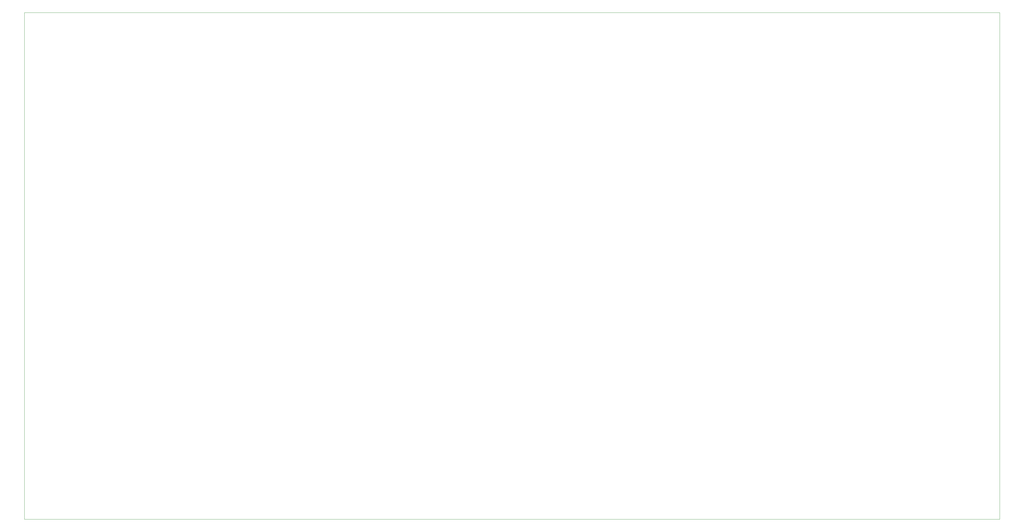
<source format=gbr>
G04 Layer_Color=0*
%FSLAX25Y25*%
%MOIN*%
%TF.FileFunction,Profile,NP*%
%TF.Part,CustomerPanel*%
G01*
G75*
%TA.AperFunction,Profile*%
%ADD154C,0.00100*%
D154*
X0Y0D02*
Y645669D01*
X1242126D01*
Y0D01*
X0D01*
%TF.MD5,6c6f7ac11c605d1b8bee9d2e20f2033e*%
M02*

</source>
